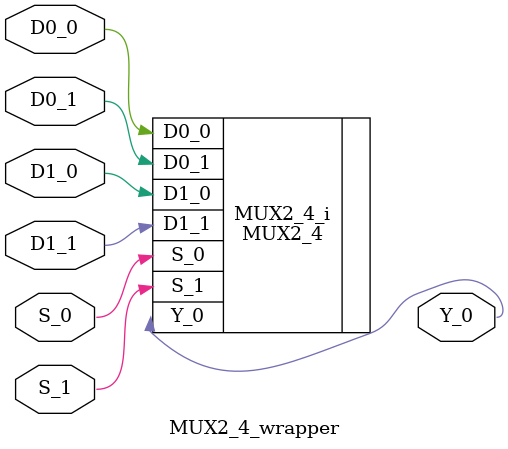
<source format=v>
`timescale 1 ps / 1 ps

module MUX2_4_wrapper
   (D0_0,
    D0_1,
    D1_0,
    D1_1,
    S_0,
    S_1,
    Y_0);
  input D0_0;
  input D0_1;
  input D1_0;
  input D1_1;
  input S_0;
  input S_1;
  output Y_0;

  wire D0_0;
  wire D0_1;
  wire D1_0;
  wire D1_1;
  wire S_0;
  wire S_1;
  wire Y_0;

  MUX2_4 MUX2_4_i
       (.D0_0(D0_0),
        .D0_1(D0_1),
        .D1_0(D1_0),
        .D1_1(D1_1),
        .S_0(S_0),
        .S_1(S_1),
        .Y_0(Y_0));
endmodule

</source>
